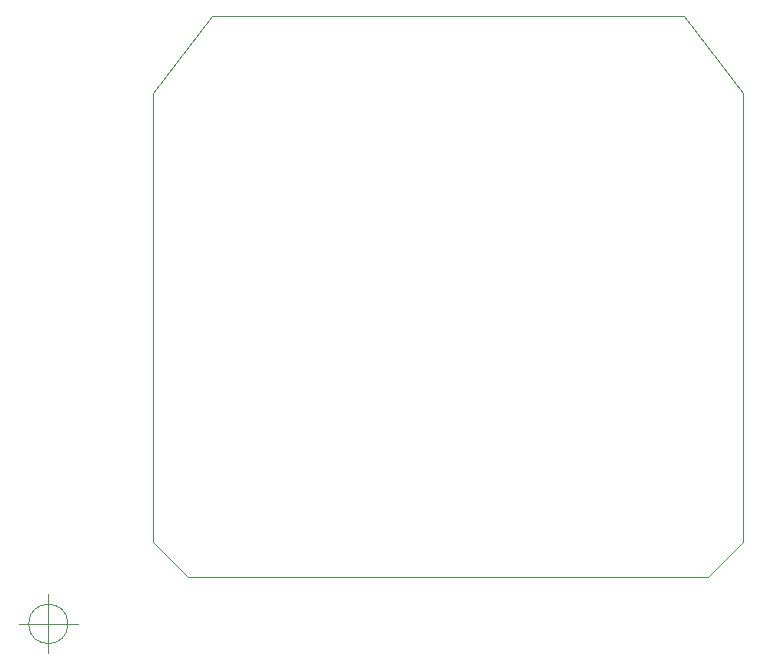
<source format=gbr>
G04 #@! TF.GenerationSoftware,KiCad,Pcbnew,5.1.9*
G04 #@! TF.CreationDate,2021-03-17T15:02:41+01:00*
G04 #@! TF.ProjectId,Y11025HL-WIFI,59313130-3235-4484-9c2d-574946492e6b,rev?*
G04 #@! TF.SameCoordinates,Original*
G04 #@! TF.FileFunction,Profile,NP*
%FSLAX45Y45*%
G04 Gerber Fmt 4.5, Leading zero omitted, Abs format (unit mm)*
G04 Created by KiCad (PCBNEW 5.1.9) date 2021-03-17 15:02:41*
%MOMM*%
%LPD*%
G01*
G04 APERTURE LIST*
G04 #@! TA.AperFunction,Profile*
%ADD10C,0.100000*%
G04 #@! TD*
G04 APERTURE END LIST*
D10*
X7500000Y-12000000D02*
X7800000Y-12300000D01*
X12500000Y-12000000D02*
X12200000Y-12300000D01*
X12000000Y-7550000D02*
X12500000Y-8200000D01*
X8000000Y-7550000D02*
X7500000Y-8200000D01*
X7500000Y-8200000D02*
X7500000Y-12000000D01*
X12500000Y-8200000D02*
X12500000Y-12000000D01*
X12000000Y-7550000D02*
X8000000Y-7550000D01*
X7800000Y-12300000D02*
X12200000Y-12300000D01*
X6780827Y-12694920D02*
G75*
G03*
X6780827Y-12694920I-166667J0D01*
G01*
X6364160Y-12694920D02*
X6864160Y-12694920D01*
X6614160Y-12444920D02*
X6614160Y-12944920D01*
M02*

</source>
